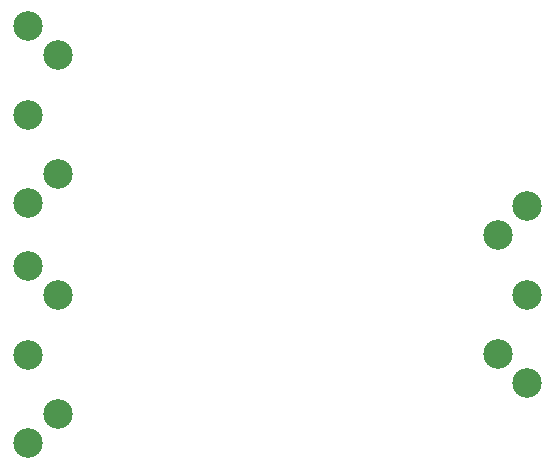
<source format=gbr>
%TF.GenerationSoftware,KiCad,Pcbnew,(6.0.5)*%
%TF.CreationDate,2022-06-13T14:52:15+01:00*%
%TF.ProjectId,ArduinoUnoMIDIMergeShield,41726475-696e-46f5-956e-6f4d4944494d,rev?*%
%TF.SameCoordinates,Original*%
%TF.FileFunction,Legend,Bot*%
%TF.FilePolarity,Positive*%
%FSLAX46Y46*%
G04 Gerber Fmt 4.6, Leading zero omitted, Abs format (unit mm)*
G04 Created by KiCad (PCBNEW (6.0.5)) date 2022-06-13 14:52:15*
%MOMM*%
%LPD*%
G01*
G04 APERTURE LIST*
%ADD10C,2.499360*%
G04 APERTURE END LIST*
D10*
%TO.C,IN1*%
X124155200Y-97033080D03*
X124157740Y-89535000D03*
X124155200Y-82036920D03*
X126657100Y-94531180D03*
X126657100Y-84538820D03*
%TD*%
%TO.C,IN2*%
X124155200Y-117353080D03*
X124157740Y-109855000D03*
X124155200Y-102356920D03*
X126657100Y-114851180D03*
X126657100Y-104858820D03*
%TD*%
%TO.C,OUT1*%
X166420800Y-97276920D03*
X166418260Y-104775000D03*
X166420800Y-112273080D03*
X163918900Y-99778820D03*
X163918900Y-109771180D03*
%TD*%
M02*

</source>
